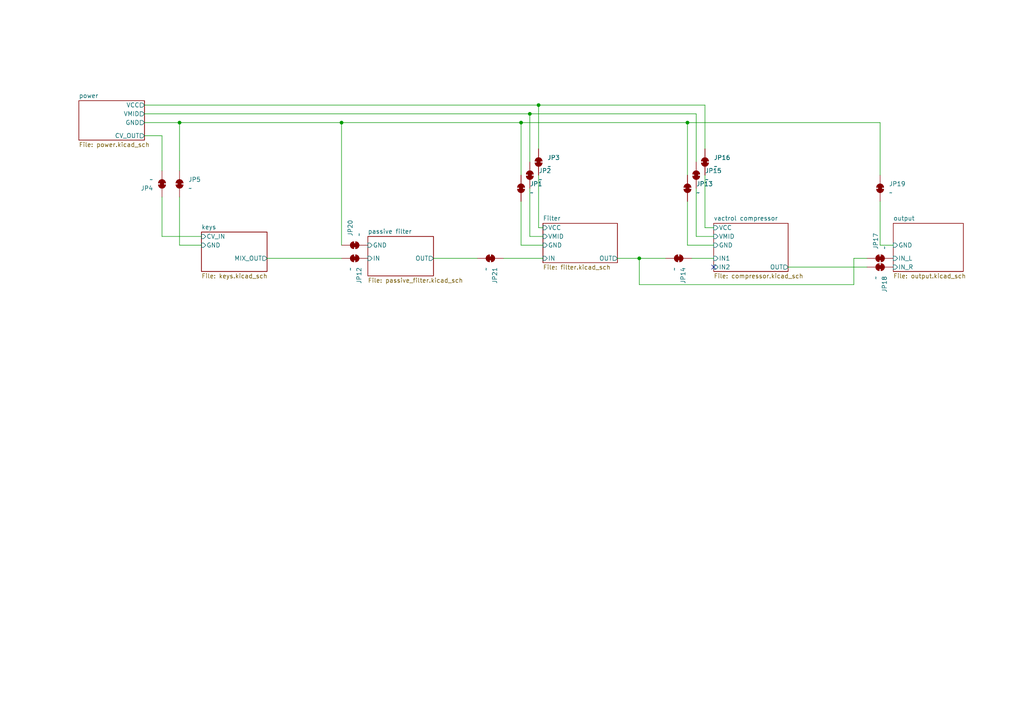
<source format=kicad_sch>
(kicad_sch (version 20231120) (generator "eeschema") (generator_version "8.0")
  (paper "A4")
  (lib_symbols
    (symbol "Jumper:SolderJumper_2_Bridged" (pin_numbers hide) (pin_names (offset 0) hide) (exclude_from_sim yes) (in_bom no)
      (property "Reference" "JP" (at 0 2.032 0))
      (property "Value" "SolderJumper_2_Bridged" (at 0 -2.54 0))
      (symbol "SolderJumper_2_Bridged_0_1"
        (rectangle (start -0.508 0.508) (end 0.508 -0.508) (fill (type outline)))
        (arc (start -0.254 1.016) (mid -1.2656 0) (end -0.254 -1.016))
        (arc (start -0.254 1.016) (mid -1.2656 0) (end -0.254 -1.016) (fill (type outline)))
        (polyline (pts (xy -0.254 1.016) (xy -0.254 -1.016)))
        (polyline (pts (xy 0.254 1.016) (xy 0.254 -1.016)))
        (arc (start 0.254 -1.016) (mid 1.2656 0) (end 0.254 1.016))
        (arc (start 0.254 -1.016) (mid 1.2656 0) (end 0.254 1.016) (fill (type outline)))
      )
      (symbol "SolderJumper_2_Bridged_1_1"
        (pin passive line (at -3.81 0 0) (length 2.54) (name "A") (number "1"))
        (pin passive line (at 3.81 0 180) (length 2.54) (name "B") (number "2"))
      )
    )
  )
  (junction (at 151.13 35.56))
  (junction (at 185.42 74.93))
  (junction (at 199.39 35.56))
  (junction (at 99.06 35.56))
  (junction (at 52.07 35.56))
  (junction (at 153.67 33.02))
  (junction (at 156.21 30.48))
  (no_connect (at 207.01 77.47))
  (wire (pts (xy 153.67 54.61) (xy 153.67 68.58)))
  (wire (pts (xy 247.65 74.93) (xy 251.46 74.93)))
  (wire (pts (xy 151.13 35.56) (xy 199.39 35.56)))
  (wire (pts (xy 200.66 74.93) (xy 207.01 74.93)))
  (wire (pts (xy 156.21 66.04) (xy 157.48 66.04)))
  (wire (pts (xy 199.39 35.56) (xy 199.39 50.8)))
  (wire (pts (xy 153.67 68.58) (xy 157.48 68.58)))
  (wire (pts (xy 204.47 50.8) (xy 204.47 66.04)))
  (wire (pts (xy 201.93 54.61) (xy 201.93 68.58)))
  (wire (pts (xy 199.39 71.12) (xy 207.01 71.12)))
  (wire (pts (xy 99.06 35.56) (xy 99.06 71.12)))
  (wire (pts (xy 52.07 35.56) (xy 99.06 35.56)))
  (wire (pts (xy 52.07 71.12) (xy 58.42 71.12)))
  (wire (pts (xy 179.07 74.93) (xy 185.42 74.93)))
  (wire (pts (xy 151.13 71.12) (xy 157.48 71.12)))
  (wire (pts (xy 156.21 30.48) (xy 204.47 30.48)))
  (wire (pts (xy 151.13 35.56) (xy 151.13 50.8)))
  (wire (pts (xy 204.47 30.48) (xy 204.47 43.18)))
  (wire (pts (xy 41.91 33.02) (xy 153.67 33.02)))
  (wire (pts (xy 41.91 35.56) (xy 52.07 35.56)))
  (wire (pts (xy 199.39 58.42) (xy 199.39 71.12)))
  (wire (pts (xy 156.21 50.8) (xy 156.21 66.04)))
  (wire (pts (xy 99.06 35.56) (xy 151.13 35.56)))
  (wire (pts (xy 52.07 35.56) (xy 52.07 49.53)))
  (wire (pts (xy 185.42 82.55) (xy 247.65 82.55)))
  (wire (pts (xy 204.47 66.04) (xy 207.01 66.04)))
  (wire (pts (xy 125.73 74.93) (xy 138.43 74.93)))
  (wire (pts (xy 255.27 58.42) (xy 255.27 71.12)))
  (wire (pts (xy 156.21 30.48) (xy 156.21 43.18)))
  (wire (pts (xy 228.6 77.47) (xy 251.46 77.47)))
  (wire (pts (xy 199.39 35.56) (xy 255.27 35.56)))
  (wire (pts (xy 153.67 33.02) (xy 201.93 33.02)))
  (wire (pts (xy 185.42 74.93) (xy 185.42 82.55)))
  (wire (pts (xy 77.47 74.93) (xy 99.06 74.93)))
  (wire (pts (xy 255.27 35.56) (xy 255.27 50.8)))
  (wire (pts (xy 201.93 46.99) (xy 201.93 33.02)))
  (wire (pts (xy 46.99 39.37) (xy 46.99 49.53)))
  (wire (pts (xy 41.91 30.48) (xy 156.21 30.48)))
  (wire (pts (xy 255.27 71.12) (xy 259.08 71.12)))
  (wire (pts (xy 201.93 68.58) (xy 207.01 68.58)))
  (wire (pts (xy 46.99 57.15) (xy 46.99 68.58)))
  (wire (pts (xy 58.42 68.58) (xy 46.99 68.58)))
  (wire (pts (xy 41.91 39.37) (xy 46.99 39.37)))
  (wire (pts (xy 52.07 57.15) (xy 52.07 71.12)))
  (wire (pts (xy 185.42 74.93) (xy 193.04 74.93)))
  (wire (pts (xy 146.05 74.93) (xy 157.48 74.93)))
  (wire (pts (xy 151.13 58.42) (xy 151.13 71.12)))
  (wire (pts (xy 153.67 33.02) (xy 153.67 46.99)))
  (wire (pts (xy 247.65 82.55) (xy 247.65 74.93)))
  (symbol (lib_id "Jumper:SolderJumper_2_Bridged") (at 102.87 71.12 0) (unit 1) (exclude_from_sim yes) (in_bom no)
    (property "Reference" "JP20" (at 101.5999 68.58 90) (effects (justify left)))
    (property "Value" "~" (at 104.1399 68.58 90) (effects (justify left)))
    (property "Footprint" "Jumper:SolderJumper-2_P1.3mm_Bridged_RoundedPad1.0x1.5mm" (effects (hide yes)))
    (property "Description" "Solder Jumper, 2-pole, closed/bridged" (effects (hide yes)))
  )
  (symbol (lib_id "Jumper:SolderJumper_2_Bridged") (at 255.27 77.47 180) (unit 1) (exclude_from_sim yes) (in_bom no)
    (property "Reference" "JP18" (at 256.5401 80.01 90) (effects (justify left)))
    (property "Value" "~" (at 254.0001 80.01 90) (effects (justify left)))
    (property "Footprint" "Jumper:SolderJumper-2_P1.3mm_Bridged_RoundedPad1.0x1.5mm" (effects (hide yes)))
    (property "Description" "Solder Jumper, 2-pole, closed/bridged" (effects (hide yes)))
  )
  (symbol (lib_id "Jumper:SolderJumper_2_Bridged") (at 46.99 53.34 90) (unit 1) (exclude_from_sim yes) (in_bom no)
    (property "Reference" "JP4" (at 44.45 54.6101 90) (effects (justify left)))
    (property "Value" "~" (at 44.45 52.0701 90) (effects (justify left)))
    (property "Footprint" "Jumper:SolderJumper-2_P1.3mm_Bridged_RoundedPad1.0x1.5mm" (effects (hide yes)))
    (property "Description" "Solder Jumper, 2-pole, closed/bridged" (effects (hide yes)))
  )
  (symbol (lib_id "Jumper:SolderJumper_2_Bridged") (at 255.27 54.61 270) (unit 1) (exclude_from_sim yes) (in_bom no)
    (property "Reference" "JP19" (at 257.81 53.3399 90) (effects (justify left)))
    (property "Value" "~" (at 257.81 55.8799 90) (effects (justify left)))
    (property "Footprint" "Jumper:SolderJumper-2_P1.3mm_Bridged_RoundedPad1.0x1.5mm" (effects (hide yes)))
    (property "Description" "Solder Jumper, 2-pole, closed/bridged" (effects (hide yes)))
  )
  (symbol (lib_id "Jumper:SolderJumper_2_Bridged") (at 151.13 54.61 270) (unit 1) (exclude_from_sim yes) (in_bom no)
    (property "Reference" "JP1" (at 153.67 53.3399 90) (effects (justify left)))
    (property "Value" "~" (at 153.67 55.8799 90) (effects (justify left)))
    (property "Footprint" "Jumper:SolderJumper-2_P1.3mm_Bridged_RoundedPad1.0x1.5mm" (effects (hide yes)))
    (property "Description" "Solder Jumper, 2-pole, closed/bridged" (effects (hide yes)))
  )
  (symbol (lib_id "Jumper:SolderJumper_2_Bridged") (at 102.87 74.93 180) (unit 1) (exclude_from_sim yes) (in_bom no)
    (property "Reference" "JP12" (at 104.1401 77.47 90) (effects (justify left)))
    (property "Value" "~" (at 101.6001 77.47 90) (effects (justify left)))
    (property "Footprint" "Jumper:SolderJumper-2_P1.3mm_Bridged_RoundedPad1.0x1.5mm" (effects (hide yes)))
    (property "Description" "Solder Jumper, 2-pole, closed/bridged" (effects (hide yes)))
  )
  (symbol (lib_id "Jumper:SolderJumper_2_Bridged") (at 255.27 74.93 0) (unit 1) (exclude_from_sim yes) (in_bom no)
    (property "Reference" "JP17" (at 253.9999 72.39 90) (effects (justify left)))
    (property "Value" "~" (at 256.5399 72.39 90) (effects (justify left)))
    (property "Footprint" "Jumper:SolderJumper-2_P1.3mm_Bridged_RoundedPad1.0x1.5mm" (effects (hide yes)))
    (property "Description" "Solder Jumper, 2-pole, closed/bridged" (effects (hide yes)))
  )
  (symbol (lib_id "Jumper:SolderJumper_2_Bridged") (at 204.47 46.99 270) (unit 1) (exclude_from_sim yes) (in_bom no)
    (property "Reference" "JP16" (at 207.01 45.7199 90) (effects (justify left)))
    (property "Value" "~" (at 207.01 48.2599 90) (effects (justify left)))
    (property "Footprint" "Jumper:SolderJumper-2_P1.3mm_Bridged_RoundedPad1.0x1.5mm" (effects (hide yes)))
    (property "Description" "Solder Jumper, 2-pole, closed/bridged" (effects (hide yes)))
  )
  (symbol (lib_id "Jumper:SolderJumper_2_Bridged") (at 142.24 74.93 180) (unit 1) (exclude_from_sim yes) (in_bom no)
    (property "Reference" "JP21" (at 143.5101 77.47 90) (effects (justify left)))
    (property "Value" "~" (at 140.9701 77.47 90) (effects (justify left)))
    (property "Footprint" "Jumper:SolderJumper-2_P1.3mm_Bridged_RoundedPad1.0x1.5mm" (effects (hide yes)))
    (property "Description" "Solder Jumper, 2-pole, closed/bridged" (effects (hide yes)))
  )
  (symbol (lib_id "Jumper:SolderJumper_2_Bridged") (at 52.07 53.34 270) (unit 1) (exclude_from_sim yes) (in_bom no)
    (property "Reference" "JP5" (at 54.61 52.0699 90) (effects (justify left)))
    (property "Value" "~" (at 54.61 54.6099 90) (effects (justify left)))
    (property "Footprint" "Jumper:SolderJumper-2_P1.3mm_Bridged_RoundedPad1.0x1.5mm" (effects (hide yes)))
    (property "Description" "Solder Jumper, 2-pole, closed/bridged" (effects (hide yes)))
  )
  (symbol (lib_id "Jumper:SolderJumper_2_Bridged") (at 196.85 74.93 180) (unit 1) (exclude_from_sim yes) (in_bom no)
    (property "Reference" "JP14" (at 198.1201 77.47 90) (effects (justify left)))
    (property "Value" "~" (at 195.5801 77.47 90) (effects (justify left)))
    (property "Footprint" "Jumper:SolderJumper-2_P1.3mm_Bridged_RoundedPad1.0x1.5mm" (effects (hide yes)))
    (property "Description" "Solder Jumper, 2-pole, closed/bridged" (effects (hide yes)))
  )
  (symbol (lib_id "Jumper:SolderJumper_2_Bridged") (at 153.67 50.8 270) (unit 1) (exclude_from_sim yes) (in_bom no)
    (property "Reference" "JP2" (at 156.21 49.5299 90) (effects (justify left)))
    (property "Value" "~" (at 156.21 52.0699 90) (effects (justify left)))
    (property "Footprint" "Jumper:SolderJumper-2_P1.3mm_Bridged_RoundedPad1.0x1.5mm" (effects (hide yes)))
    (property "Description" "Solder Jumper, 2-pole, closed/bridged" (effects (hide yes)))
  )
  (symbol (lib_id "Jumper:SolderJumper_2_Bridged") (at 199.39 54.61 270) (unit 1) (exclude_from_sim yes) (in_bom no)
    (property "Reference" "JP13" (at 201.93 53.3399 90) (effects (justify left)))
    (property "Value" "~" (at 201.93 55.8799 90) (effects (justify left)))
    (property "Footprint" "Jumper:SolderJumper-2_P1.3mm_Bridged_RoundedPad1.0x1.5mm" (effects (hide yes)))
    (property "Description" "Solder Jumper, 2-pole, closed/bridged" (effects (hide yes)))
  )
  (symbol (lib_id "Jumper:SolderJumper_2_Bridged") (at 156.21 46.99 270) (unit 1) (exclude_from_sim yes) (in_bom no)
    (property "Reference" "JP3" (at 158.75 45.7199 90) (effects (justify left)))
    (property "Value" "~" (at 158.75 48.2599 90) (effects (justify left)))
    (property "Footprint" "Jumper:SolderJumper-2_P1.3mm_Bridged_RoundedPad1.0x1.5mm" (effects (hide yes)))
    (property "Description" "Solder Jumper, 2-pole, closed/bridged" (effects (hide yes)))
  )
  (symbol (lib_id "Jumper:SolderJumper_2_Bridged") (at 201.93 50.8 270) (unit 1) (exclude_from_sim yes) (in_bom no)
    (property "Reference" "JP15" (at 204.47 49.5299 90) (effects (justify left)))
    (property "Value" "~" (at 204.47 52.0699 90) (effects (justify left)))
    (property "Footprint" "Jumper:SolderJumper-2_P1.3mm_Bridged_RoundedPad1.0x1.5mm" (effects (hide yes)))
    (property "Description" "Solder Jumper, 2-pole, closed/bridged" (effects (hide yes)))
  )
  (sheet (at 22.86 29.21) (size 19.05 11.43) (stroke (width 0.1524))
    (property "Sheetname" "power" (at 22.86 28.4984 0) (effects (justify left bottom)))
    (property "Sheetfile" "power.kicad_sch" (at 22.86 41.2246 0) (effects (justify left top)))
    (pin "GND" output (at 41.91 35.56 0))
    (pin "CV_OUT" output (at 41.91 39.37 0))
    (pin "VMID" output (at 41.91 33.02 0))
    (pin "VCC" output (at 41.91 30.48 0))
  )
  (sheet (at 207.01 64.77) (size 21.59 13.97) (stroke (width 0.1524))
    (property "Sheetname" "vactrol compressor" (at 207.01 64.0584 0) (effects (justify left bottom)))
    (property "Sheetfile" "compressor.kicad_sch" (at 207.01 79.3246 0) (effects (justify left top)))
    (pin "OUT" output (at 228.6 77.47 0))
    (pin "IN2" input (at 207.01 77.47 180))
    (pin "IN1" input (at 207.01 74.93 180))
    (pin "VMID" input (at 207.01 68.58 180))
    (pin "GND" input (at 207.01 71.12 180))
    (pin "VCC" input (at 207.01 66.04 180))
  )
  (sheet (at 58.42 67.31) (size 19.05 11.43) (stroke (width 0.1524))
    (property "Sheetname" "keys" (at 58.42 66.5984 0) (effects (justify left bottom)))
    (property "Sheetfile" "keys.kicad_sch" (at 58.42 79.3246 0) (effects (justify left top)))
    (pin "MIX_OUT" output (at 77.47 74.93 0))
    (pin "GND" input (at 58.42 71.12 180))
    (pin "CV_IN" input (at 58.42 68.58 180))
  )
  (sheet (at 259.08 64.77) (size 20.32 13.97) (stroke (width 0.1524))
    (property "Sheetname" "output" (at 259.08 64.0584 0) (effects (justify left bottom)))
    (property "Sheetfile" "output.kicad_sch" (at 259.08 79.3246 0) (effects (justify left top)))
    (pin "IN_L" input (at 259.08 74.93 180))
    (pin "IN_R" input (at 259.08 77.47 180))
    (pin "GND" input (at 259.08 71.12 180))
  )
  (sheet (at 106.68 68.58) (size 19.05 11.43) (stroke (width 0.1524))
    (property "Sheetname" "passive filter" (at 106.68 67.8684 0) (effects (justify left bottom)))
    (property "Sheetfile" "passive_filter.kicad_sch" (at 106.68 80.5946 0) (effects (justify left top)))
    (pin "IN" input (at 106.68 74.93 180))
    (pin "OUT" output (at 125.73 74.93 0))
    (pin "GND" input (at 106.68 71.12 180))
  )
  (sheet (at 157.48 64.77) (size 21.59 11.43) (stroke (width 0.1524))
    (property "Sheetname" "Filter" (at 157.48 64.0584 0) (effects (justify left bottom)))
    (property "Sheetfile" "filter.kicad_sch" (at 157.48 76.7846 0) (effects (justify left top)))
    (pin "VMID" input (at 157.48 68.58 180))
    (pin "OUT" output (at 179.07 74.93 0))
    (pin "IN" input (at 157.48 74.93 180))
    (pin "VCC" input (at 157.48 66.04 180))
    (pin "GND" input (at 157.48 71.12 180))
  )
)
</source>
